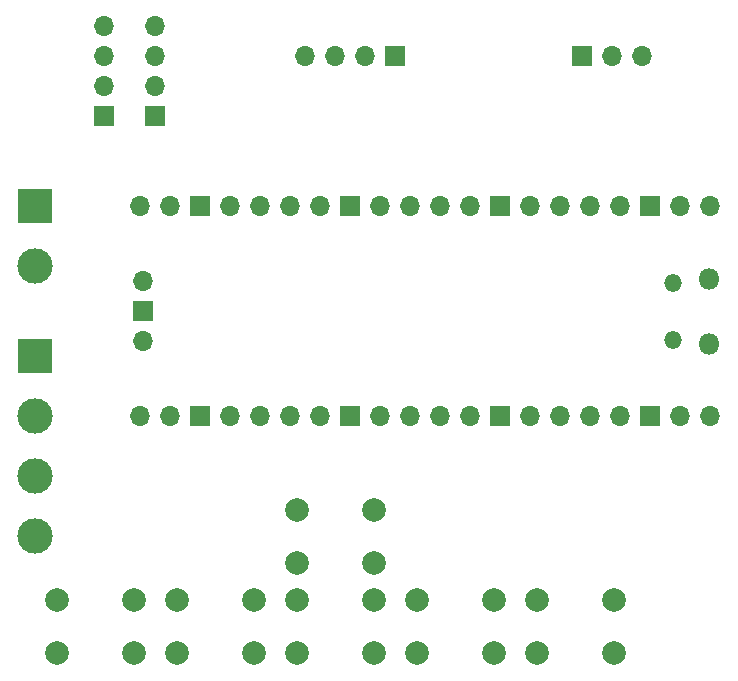
<source format=gbr>
%TF.GenerationSoftware,KiCad,Pcbnew,7.0.1-0*%
%TF.CreationDate,2024-02-02T12:16:23+01:00*%
%TF.ProjectId,thermostat,74686572-6d6f-4737-9461-742e6b696361,rev?*%
%TF.SameCoordinates,Original*%
%TF.FileFunction,Soldermask,Bot*%
%TF.FilePolarity,Negative*%
%FSLAX46Y46*%
G04 Gerber Fmt 4.6, Leading zero omitted, Abs format (unit mm)*
G04 Created by KiCad (PCBNEW 7.0.1-0) date 2024-02-02 12:16:23*
%MOMM*%
%LPD*%
G01*
G04 APERTURE LIST*
%ADD10C,2.000000*%
%ADD11R,1.700000X1.700000*%
%ADD12O,1.700000X1.700000*%
%ADD13R,3.000000X3.000000*%
%ADD14C,3.000000*%
%ADD15O,1.800000X1.800000*%
%ADD16O,1.500000X1.500000*%
G04 APERTURE END LIST*
D10*
%TO.C,OK*%
X111050000Y-104430000D03*
X117550000Y-104430000D03*
X111050000Y-108930000D03*
X117550000Y-108930000D03*
%TD*%
D11*
%TO.C,Temp*%
X94680000Y-63500000D03*
D12*
X94680000Y-60960000D03*
X94680000Y-58420000D03*
X94680000Y-55880000D03*
%TD*%
D13*
%TO.C,5V*%
X88900000Y-71120000D03*
D14*
X88900000Y-76200000D03*
%TD*%
D11*
%TO.C,Temp*%
X99060000Y-63500000D03*
D12*
X99060000Y-60960000D03*
X99060000Y-58420000D03*
X99060000Y-55880000D03*
%TD*%
D10*
%TO.C,U*%
X121210000Y-104430000D03*
X127710000Y-104430000D03*
X121210000Y-108930000D03*
X127710000Y-108930000D03*
%TD*%
%TO.C,D*%
X131370000Y-104430000D03*
X137870000Y-104430000D03*
X131370000Y-108930000D03*
X137870000Y-108930000D03*
%TD*%
D11*
%TO.C,Screen*%
X119370000Y-58420000D03*
D12*
X116830000Y-58420000D03*
X114290000Y-58420000D03*
X111750000Y-58420000D03*
%TD*%
D10*
%TO.C,L*%
X90730000Y-104430000D03*
X97230000Y-104430000D03*
X90730000Y-108930000D03*
X97230000Y-108930000D03*
%TD*%
%TO.C,R*%
X100890000Y-104430000D03*
X107390000Y-104430000D03*
X100890000Y-108930000D03*
X107390000Y-108930000D03*
%TD*%
%TO.C,M*%
X111050000Y-96810000D03*
X117550000Y-96810000D03*
X111050000Y-101310000D03*
X117550000Y-101310000D03*
%TD*%
D13*
%TO.C,N/C Inputs*%
X88900000Y-83820000D03*
D14*
X88900000Y-88900000D03*
X88900000Y-93980000D03*
X88900000Y-99060000D03*
%TD*%
D15*
%TO.C,REF\u002A\u002A*%
X145920000Y-77285000D03*
D16*
X142890000Y-77585000D03*
X142890000Y-82435000D03*
D15*
X145920000Y-82735000D03*
D12*
X146050000Y-71120000D03*
X143510000Y-71120000D03*
D11*
X140970000Y-71120000D03*
D12*
X138430000Y-71120000D03*
X135890000Y-71120000D03*
X133350000Y-71120000D03*
X130810000Y-71120000D03*
D11*
X128270000Y-71120000D03*
D12*
X125730000Y-71120000D03*
X123190000Y-71120000D03*
X120650000Y-71120000D03*
X118110000Y-71120000D03*
D11*
X115570000Y-71120000D03*
D12*
X113030000Y-71120000D03*
X110490000Y-71120000D03*
X107950000Y-71120000D03*
X105410000Y-71120000D03*
D11*
X102870000Y-71120000D03*
D12*
X100330000Y-71120000D03*
X97790000Y-71120000D03*
X97790000Y-88900000D03*
X100330000Y-88900000D03*
D11*
X102870000Y-88900000D03*
D12*
X105410000Y-88900000D03*
X107950000Y-88900000D03*
X110490000Y-88900000D03*
X113030000Y-88900000D03*
D11*
X115570000Y-88900000D03*
D12*
X118110000Y-88900000D03*
X120650000Y-88900000D03*
X123190000Y-88900000D03*
X125730000Y-88900000D03*
D11*
X128270000Y-88900000D03*
D12*
X130810000Y-88900000D03*
X133350000Y-88900000D03*
X135890000Y-88900000D03*
X138430000Y-88900000D03*
D11*
X140970000Y-88900000D03*
D12*
X143510000Y-88900000D03*
X146050000Y-88900000D03*
X98020000Y-77470000D03*
D11*
X98020000Y-80010000D03*
D12*
X98020000Y-82550000D03*
%TD*%
D11*
%TO.C,Relay*%
X135215000Y-58420000D03*
D12*
X137755000Y-58420000D03*
X140295000Y-58420000D03*
%TD*%
M02*

</source>
